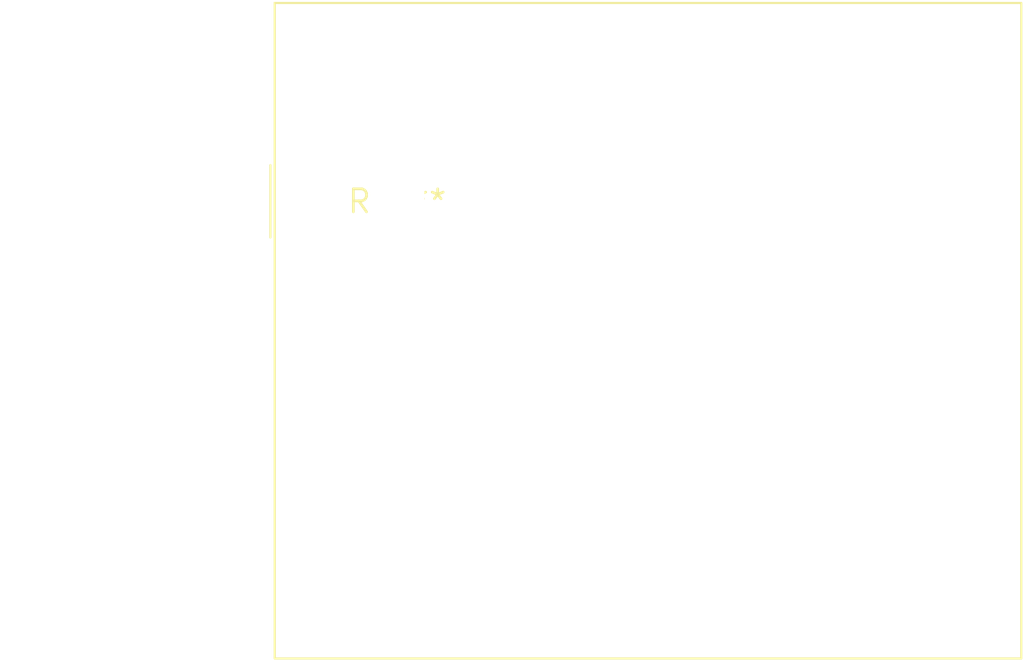
<source format=kicad_pcb>
(kicad_pcb (version 20240108) (generator pcbnew)
  (layers (0 "F.Cu" signal) (31 "B.Cu" signal) (34 "B.Paste" user) (35 "F.Paste" user) (36 "B.SilkS" user "B.Silkscreen") (37 "F.SilkS" user "F.Silkscreen") (38 "B.Mask" user) (39 "F.Mask" user) (44 "Edge.Cuts" user))
  (net 0 "")
  (footprint "L_Wurth_WE-HCFT-3540_LeadDiameter2.0mm" (layer "F.Cu") (at 0 0)
    (property "Reference" "REF**")
    (property "Value" "L_Wurth_WE-HCFT-3540_LeadDiameter2.0mm")
    (fp_line (start -7 2) (end -7 -2) (layer "F.SilkS") (stroke (width 0.12)))
    (fp_rect (start -6.76 -10.96) (end 34.46 25.26) (layer "F.SilkS") (stroke (width 0.12)) (fill none))
    (pad "" thru_hole circle (at 0 14.3) (size 3.75 3.75) (drill 2.5) (layers *.Cu *.Mask) (remove_unused_layers))
    (pad "" thru_hole circle (at 27.7 0) (size 3.75 3.75) (drill 2.5) (layers *.Cu *.Mask) (remove_unused_layers))
    (pad "1" thru_hole rect (at 0 0) (size 5 10) (drill oval 3 8) (layers *.Cu *.Mask) (remove_unused_layers))
    (pad "2" thru_hole oval (at 27.7 14.3) (size 5 10) (drill oval 3 8) (layers *.Cu *.Mask) (remove_unused_layers))
  )
)
</source>
